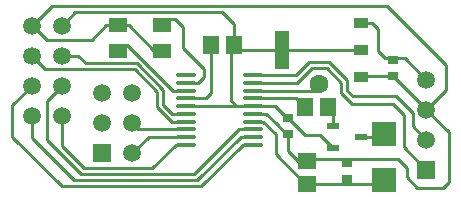
<source format=gtl>
G04 Layer_Physical_Order=1*
G04 Layer_Color=255*
%FSLAX44Y44*%
%MOMM*%
G71*
G01*
G75*
%ADD10R,0.9000X0.7000*%
%ADD11R,1.0000X0.6000*%
%ADD12R,1.3500X1.5500*%
%ADD13R,1.3100X0.9300*%
%ADD14R,1.3100X3.2400*%
%ADD15R,1.6000X1.2500*%
%ADD16O,1.8000X0.3500*%
%ADD17R,1.5500X1.3500*%
%ADD18C,0.2540*%
%ADD19R,2.0000X2.0000*%
%ADD20C,1.5000*%
%ADD21R,1.5000X1.5000*%
%ADD22C,1.6000*%
D10*
X1642000Y269000D02*
D03*
Y283000D02*
D03*
X1681480Y370220D02*
D03*
Y356220D02*
D03*
X1592000Y321000D02*
D03*
Y307000D02*
D03*
D11*
X1654000Y305000D02*
D03*
X1630000Y295500D02*
D03*
Y314500D02*
D03*
D12*
X1625750Y330000D02*
D03*
X1606250D02*
D03*
X1526950Y382270D02*
D03*
X1546450D02*
D03*
D13*
X1653970Y355560D02*
D03*
Y378460D02*
D03*
Y401360D02*
D03*
D14*
X1587070Y378460D02*
D03*
D15*
X1485350Y399620D02*
D03*
X1448350D02*
D03*
Y377620D02*
D03*
X1485350D02*
D03*
D16*
X1505660Y356910D02*
D03*
Y350410D02*
D03*
Y343910D02*
D03*
Y337410D02*
D03*
Y330910D02*
D03*
Y324410D02*
D03*
Y317910D02*
D03*
Y311410D02*
D03*
Y304910D02*
D03*
Y298410D02*
D03*
X1562660Y356910D02*
D03*
Y350410D02*
D03*
Y343910D02*
D03*
Y337410D02*
D03*
Y330910D02*
D03*
Y324410D02*
D03*
Y317910D02*
D03*
Y311410D02*
D03*
Y304910D02*
D03*
Y298410D02*
D03*
D17*
X1608000Y265250D02*
D03*
Y284750D02*
D03*
D18*
Y265250D02*
X1671140D01*
X1609000Y285750D02*
X1685290D01*
X1582540Y315460D02*
X1592000Y306000D01*
X1581090Y330910D02*
X1593000Y319000D01*
X1544320Y378460D02*
X1587070D01*
X1618000Y347000D02*
Y350000D01*
X1614910Y343910D02*
X1618000Y347000D01*
X1562660Y343910D02*
X1614910D01*
X1646356Y332740D02*
X1681032D01*
X1637200Y341896D02*
X1646356Y332740D01*
X1637200Y341896D02*
Y350616D01*
X1624896Y362920D02*
X1637200Y350616D01*
X1612286Y362920D02*
X1624896D01*
X1599776Y350410D02*
X1612286Y362920D01*
X1642280Y344000D02*
X1647190Y339090D01*
X1562910Y357160D02*
X1599000D01*
X1642280Y344000D02*
Y352720D01*
X1627000Y368000D02*
X1642280Y352720D01*
X1609840Y368000D02*
X1627000D01*
X1599000Y357160D02*
X1609840Y368000D01*
X1671520Y305000D02*
X1673860Y307340D01*
X1654000Y305000D02*
X1671520D01*
X1625750Y330000D02*
X1630000Y325750D01*
Y314500D02*
Y325750D01*
X1618980Y306520D02*
X1630000Y295500D01*
X1606519Y306520D02*
X1618980D01*
X1608000Y284750D02*
X1609000Y285750D01*
X1592000Y306000D02*
Y307000D01*
Y293000D02*
Y306000D01*
X1600250Y284750D02*
X1608000D01*
X1592000Y293000D02*
X1600250Y284750D01*
X1571273Y317910D02*
X1582000Y307183D01*
Y290211D02*
Y307183D01*
Y290211D02*
X1606961Y265250D01*
X1608000D01*
X1671140D02*
X1673860Y267970D01*
X1670160Y307340D02*
X1673860D01*
X1592039Y321000D02*
X1606519Y306520D01*
X1592000Y321000D02*
X1592039D01*
X1562660Y337410D02*
X1598840D01*
X1606250Y330000D01*
X1562660Y356910D02*
X1562910Y357160D01*
X1562660Y350410D02*
X1599776D01*
X1582540Y315460D02*
Y315674D01*
X1573804Y324410D02*
X1582540Y315674D01*
X1691020Y371460D02*
X1709420Y353060D01*
X1668780Y377190D02*
X1674510Y371460D01*
X1668780Y377190D02*
Y396240D01*
X1663660Y401360D02*
X1668780Y396240D01*
X1653970Y401360D02*
X1663660D01*
X1674510Y371460D02*
X1691020D01*
X1654630Y356220D02*
X1681480D01*
X1653970Y355560D02*
X1654630Y356220D01*
X1647190Y339090D02*
X1684020D01*
X1544320Y335280D02*
X1548690Y330910D01*
X1562660D01*
X1505660D02*
X1548690D01*
X1723390Y261620D02*
X1728470Y266700D01*
Y308610D01*
X1709420Y327660D02*
X1728470Y308610D01*
X1685290Y285750D02*
X1692910Y278130D01*
Y270510D02*
Y278130D01*
Y270510D02*
X1701800Y261620D01*
X1723390D01*
X1505660Y337410D02*
X1522320D01*
X1526950Y342040D01*
Y382270D01*
X1544320Y380140D02*
X1546450Y382270D01*
X1544320Y335280D02*
Y378460D01*
Y380140D01*
X1505660Y350410D02*
X1516270D01*
X1521460Y355600D01*
Y361950D01*
X1503680Y379730D02*
X1521460Y361950D01*
X1503680Y379730D02*
Y397510D01*
X1496490Y404700D02*
X1503680Y397510D01*
X1495050Y343910D02*
X1505660D01*
X1375410Y373380D02*
X1386840Y361950D01*
X1400810Y373380D02*
X1414780D01*
X1421130Y367030D01*
X1358900Y304800D02*
Y331470D01*
X1375410Y347980D01*
X1494230Y324410D02*
X1505660D01*
X1421130Y367030D02*
X1464310D01*
X1386840Y361950D02*
X1462206D01*
X1493546Y317910D02*
X1505660D01*
X1456260Y382700D02*
X1495050Y343910D01*
X1375410Y303530D02*
Y322580D01*
X1388110Y302260D02*
Y335280D01*
X1400810Y347980D01*
X1358900Y304800D02*
X1400810Y262890D01*
X1375410Y303530D02*
X1410970Y267970D01*
X1388110Y302260D02*
X1417320Y273050D01*
X1400810Y297180D02*
Y322580D01*
Y297180D02*
X1419860Y278130D01*
X1697830Y313850D02*
X1709420Y302260D01*
X1697830Y313850D02*
Y325280D01*
X1684020Y339090D02*
X1697830Y325280D01*
X1690370Y295910D02*
X1709420Y276860D01*
X1690370Y295910D02*
Y323402D01*
X1681032Y332740D02*
X1690370Y323402D01*
X1562660Y330910D02*
X1581090D01*
X1562660Y324410D02*
X1573804D01*
X1481510Y329946D02*
X1493546Y317910D01*
X1486590Y332050D02*
X1494230Y324410D01*
X1486590Y332050D02*
Y344750D01*
X1481510Y329946D02*
Y342646D01*
X1462206Y361950D02*
X1481510Y342646D01*
X1464310Y367030D02*
X1486590Y344750D01*
X1465320Y311410D02*
X1505660D01*
X1460500Y316230D02*
X1465320Y311410D01*
X1474580Y304910D02*
X1505660D01*
X1460500Y290830D02*
X1474580Y304910D01*
X1546450Y382270D02*
Y400460D01*
X1375410Y398780D02*
X1376680D01*
X1648500Y355560D02*
X1653970D01*
X1709420Y327660D02*
X1725930Y344170D01*
Y365760D01*
X1587070Y378460D02*
X1653970D01*
X1681480Y356220D02*
X1709420Y328280D01*
Y327660D02*
Y328280D01*
X1485350Y404700D02*
X1496490D01*
X1448350Y382700D02*
X1456260D01*
X1438480Y399620D02*
X1448350D01*
X1457120D01*
X1479120Y377620D01*
X1485350D01*
X1400810Y262890D02*
X1518920D01*
X1554440Y298410D01*
X1562660D01*
X1410970Y267970D02*
X1515110D01*
X1552050Y304910D01*
X1562660D01*
X1417320Y273050D02*
X1512570D01*
X1550930Y311410D01*
X1562660D01*
X1477010Y278130D02*
X1497290Y298410D01*
X1505660D01*
X1419860Y278130D02*
X1477010D01*
X1562660Y317910D02*
X1571273D01*
X1388450Y387010D02*
X1425870D01*
X1376680Y398780D02*
X1388450Y387010D01*
X1425870D02*
X1438480Y399620D01*
X1400810Y398780D02*
X1412240Y410210D01*
X1536700D01*
X1546450Y400460D01*
X1375410Y398780D02*
X1392380Y415750D01*
X1675940D01*
X1725930Y365760D01*
D19*
X1673860Y307340D02*
D03*
Y267970D02*
D03*
D20*
X1400810Y322580D02*
D03*
X1375410D02*
D03*
X1400810Y347980D02*
D03*
X1375410D02*
D03*
X1400810Y373380D02*
D03*
X1375410D02*
D03*
X1400810Y398780D02*
D03*
X1375410D02*
D03*
X1709420Y302260D02*
D03*
Y327660D02*
D03*
Y353060D02*
D03*
X1460500Y341630D02*
D03*
X1435100D02*
D03*
X1460500Y316230D02*
D03*
X1435100D02*
D03*
X1460500Y290830D02*
D03*
D21*
X1709420Y276860D02*
D03*
X1435100Y290830D02*
D03*
D22*
X1618000Y350000D02*
D03*
M02*

</source>
